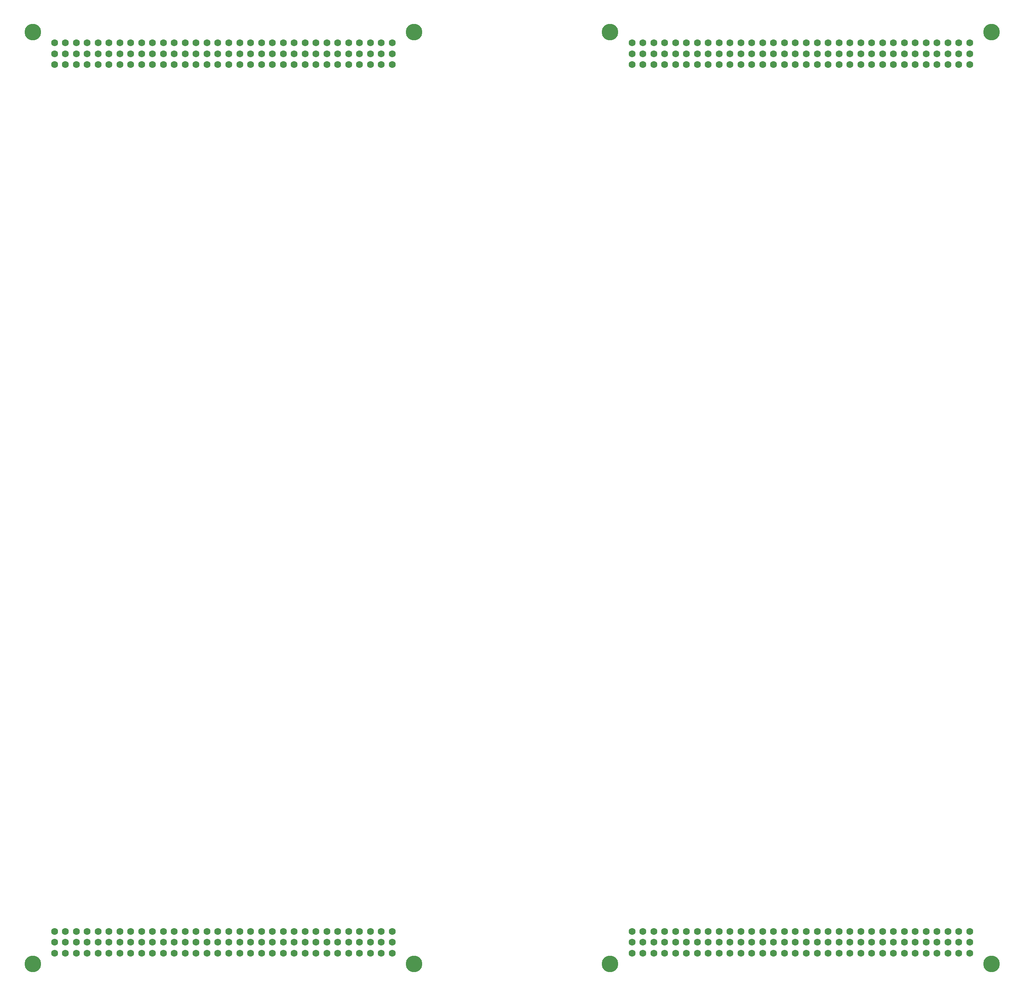
<source format=gbr>
%TF.GenerationSoftware,KiCad,Pcbnew,7.0.1*%
%TF.CreationDate,2023-10-13T00:12:24+03:00*%
%TF.ProjectId,turbo_86m_extender_board,74757262-6f5f-4383-966d-5f657874656e,rev?*%
%TF.SameCoordinates,Original*%
%TF.FileFunction,Soldermask,Bot*%
%TF.FilePolarity,Negative*%
%FSLAX46Y46*%
G04 Gerber Fmt 4.6, Leading zero omitted, Abs format (unit mm)*
G04 Created by KiCad (PCBNEW 7.0.1) date 2023-10-13 00:12:24*
%MOMM*%
%LPD*%
G01*
G04 APERTURE LIST*
%ADD10C,3.800000*%
%ADD11C,1.600000*%
G04 APERTURE END LIST*
D10*
%TO.C,D2*%
X6000000Y-216500000D03*
X93500000Y-216500000D03*
D11*
X88500000Y-214000000D03*
X86000000Y-214000000D03*
X83500000Y-214000000D03*
X81000000Y-214000000D03*
X78500000Y-214000000D03*
X76000000Y-214000000D03*
X73500000Y-214000000D03*
X71000000Y-214000000D03*
X68500000Y-214000000D03*
X66000000Y-214000000D03*
X63500000Y-214000000D03*
X61000000Y-214000000D03*
X58500000Y-214000000D03*
X56000000Y-214000000D03*
X53500000Y-214000000D03*
X51000000Y-214000000D03*
X48500000Y-214000000D03*
X46000000Y-214000000D03*
X43500000Y-214000000D03*
X41000000Y-214000000D03*
X38500000Y-214000000D03*
X36000000Y-214000000D03*
X33500000Y-214000000D03*
X31000000Y-214000000D03*
X28500000Y-214000000D03*
X26000000Y-214000000D03*
X23500000Y-214000000D03*
X21000000Y-214000000D03*
X18500000Y-214000000D03*
X16000000Y-214000000D03*
X13500000Y-214000000D03*
X11000000Y-214000000D03*
X88500000Y-211500000D03*
X86000000Y-211500000D03*
X83500000Y-211500000D03*
X81000000Y-211500000D03*
X78500000Y-211500000D03*
X76000000Y-211500000D03*
X73500000Y-211500000D03*
X71000000Y-211500000D03*
X68500000Y-211500000D03*
X66000000Y-211500000D03*
X63500000Y-211500000D03*
X61000000Y-211500000D03*
X58500000Y-211500000D03*
X56000000Y-211500000D03*
X53500000Y-211500000D03*
X51000000Y-211500000D03*
X48500000Y-211500000D03*
X46000000Y-211500000D03*
X43500000Y-211500000D03*
X41000000Y-211500000D03*
X38500000Y-211500000D03*
X36000000Y-211500000D03*
X33500000Y-211500000D03*
X31000000Y-211500000D03*
X28500000Y-211500000D03*
X26000000Y-211500000D03*
X23500000Y-211500000D03*
X21000000Y-211500000D03*
X18500000Y-211500000D03*
X16000000Y-211500000D03*
X13500000Y-211500000D03*
X11000000Y-211500000D03*
X88500000Y-209000000D03*
X86000000Y-209000000D03*
X83500000Y-209000000D03*
X81000000Y-209000000D03*
X78500000Y-209000000D03*
X76000000Y-209000000D03*
X73500000Y-209000000D03*
X71000000Y-209000000D03*
X68500000Y-209000000D03*
X66000000Y-209000000D03*
X63500000Y-209000000D03*
X61000000Y-209000000D03*
X58500000Y-209000000D03*
X56000000Y-209000000D03*
X53500000Y-209000000D03*
X51000000Y-209000000D03*
X48500000Y-209000000D03*
X46000000Y-209000000D03*
X43500000Y-209000000D03*
X41000000Y-209000000D03*
X38500000Y-209000000D03*
X36000000Y-209000000D03*
X33500000Y-209000000D03*
X31000000Y-209000000D03*
X28500000Y-209000000D03*
X26000000Y-209000000D03*
X23500000Y-209000000D03*
X21000000Y-209000000D03*
X18500000Y-209000000D03*
X16000000Y-209000000D03*
X13500000Y-209000000D03*
X11000000Y-209000000D03*
%TD*%
D10*
%TO.C,D4*%
X138500000Y-216500000D03*
X226000000Y-216500000D03*
D11*
X221000000Y-214000000D03*
X218500000Y-214000000D03*
X216000000Y-214000000D03*
X213500000Y-214000000D03*
X211000000Y-214000000D03*
X208500000Y-214000000D03*
X206000000Y-214000000D03*
X203500000Y-214000000D03*
X201000000Y-214000000D03*
X198500000Y-214000000D03*
X196000000Y-214000000D03*
X193500000Y-214000000D03*
X191000000Y-214000000D03*
X188500000Y-214000000D03*
X186000000Y-214000000D03*
X183500000Y-214000000D03*
X181000000Y-214000000D03*
X178500000Y-214000000D03*
X176000000Y-214000000D03*
X173500000Y-214000000D03*
X171000000Y-214000000D03*
X168500000Y-214000000D03*
X166000000Y-214000000D03*
X163500000Y-214000000D03*
X161000000Y-214000000D03*
X158500000Y-214000000D03*
X156000000Y-214000000D03*
X153500000Y-214000000D03*
X151000000Y-214000000D03*
X148500000Y-214000000D03*
X146000000Y-214000000D03*
X143500000Y-214000000D03*
X221000000Y-211500000D03*
X218500000Y-211500000D03*
X216000000Y-211500000D03*
X213500000Y-211500000D03*
X211000000Y-211500000D03*
X208500000Y-211500000D03*
X206000000Y-211500000D03*
X203500000Y-211500000D03*
X201000000Y-211500000D03*
X198500000Y-211500000D03*
X196000000Y-211500000D03*
X193500000Y-211500000D03*
X191000000Y-211500000D03*
X188500000Y-211500000D03*
X186000000Y-211500000D03*
X183500000Y-211500000D03*
X181000000Y-211500000D03*
X178500000Y-211500000D03*
X176000000Y-211500000D03*
X173500000Y-211500000D03*
X171000000Y-211500000D03*
X168500000Y-211500000D03*
X166000000Y-211500000D03*
X163500000Y-211500000D03*
X161000000Y-211500000D03*
X158500000Y-211500000D03*
X156000000Y-211500000D03*
X153500000Y-211500000D03*
X151000000Y-211500000D03*
X148500000Y-211500000D03*
X146000000Y-211500000D03*
X143500000Y-211500000D03*
X221000000Y-209000000D03*
X218500000Y-209000000D03*
X216000000Y-209000000D03*
X213500000Y-209000000D03*
X211000000Y-209000000D03*
X208500000Y-209000000D03*
X206000000Y-209000000D03*
X203500000Y-209000000D03*
X201000000Y-209000000D03*
X198500000Y-209000000D03*
X196000000Y-209000000D03*
X193500000Y-209000000D03*
X191000000Y-209000000D03*
X188500000Y-209000000D03*
X186000000Y-209000000D03*
X183500000Y-209000000D03*
X181000000Y-209000000D03*
X178500000Y-209000000D03*
X176000000Y-209000000D03*
X173500000Y-209000000D03*
X171000000Y-209000000D03*
X168500000Y-209000000D03*
X166000000Y-209000000D03*
X163500000Y-209000000D03*
X161000000Y-209000000D03*
X158500000Y-209000000D03*
X156000000Y-209000000D03*
X153500000Y-209000000D03*
X151000000Y-209000000D03*
X148500000Y-209000000D03*
X146000000Y-209000000D03*
X143500000Y-209000000D03*
%TD*%
D10*
%TO.C,D1*%
X93500000Y-2500000D03*
X6000000Y-2500000D03*
D11*
X11000000Y-5000000D03*
X13500000Y-5000000D03*
X16000000Y-5000000D03*
X18500000Y-5000000D03*
X21000000Y-5000000D03*
X23500000Y-5000000D03*
X26000000Y-5000000D03*
X28500000Y-5000000D03*
X31000000Y-5000000D03*
X33500000Y-5000000D03*
X36000000Y-5000000D03*
X38500000Y-5000000D03*
X41000000Y-5000000D03*
X43500000Y-5000000D03*
X46000000Y-5000000D03*
X48500000Y-5000000D03*
X51000000Y-5000000D03*
X53500000Y-5000000D03*
X56000000Y-5000000D03*
X58500000Y-5000000D03*
X61000000Y-5000000D03*
X63500000Y-5000000D03*
X66000000Y-5000000D03*
X68500000Y-5000000D03*
X71000000Y-5000000D03*
X73500000Y-5000000D03*
X76000000Y-5000000D03*
X78500000Y-5000000D03*
X81000000Y-5000000D03*
X83500000Y-5000000D03*
X86000000Y-5000000D03*
X88500000Y-5000000D03*
X11000000Y-7500000D03*
X13500000Y-7500000D03*
X16000000Y-7500000D03*
X18500000Y-7500000D03*
X21000000Y-7500000D03*
X23500000Y-7500000D03*
X26000000Y-7500000D03*
X28500000Y-7500000D03*
X31000000Y-7500000D03*
X33500000Y-7500000D03*
X36000000Y-7500000D03*
X38500000Y-7500000D03*
X41000000Y-7500000D03*
X43500000Y-7500000D03*
X46000000Y-7500000D03*
X48500000Y-7500000D03*
X51000000Y-7500000D03*
X53500000Y-7500000D03*
X56000000Y-7500000D03*
X58500000Y-7500000D03*
X61000000Y-7500000D03*
X63500000Y-7500000D03*
X66000000Y-7500000D03*
X68500000Y-7500000D03*
X71000000Y-7500000D03*
X73500000Y-7500000D03*
X76000000Y-7500000D03*
X78500000Y-7500000D03*
X81000000Y-7500000D03*
X83500000Y-7500000D03*
X86000000Y-7500000D03*
X88500000Y-7500000D03*
X11000000Y-10000000D03*
X13500000Y-10000000D03*
X16000000Y-10000000D03*
X18500000Y-10000000D03*
X21000000Y-10000000D03*
X23500000Y-10000000D03*
X26000000Y-10000000D03*
X28500000Y-10000000D03*
X31000000Y-10000000D03*
X33500000Y-10000000D03*
X36000000Y-10000000D03*
X38500000Y-10000000D03*
X41000000Y-10000000D03*
X43500000Y-10000000D03*
X46000000Y-10000000D03*
X48500000Y-10000000D03*
X51000000Y-10000000D03*
X53500000Y-10000000D03*
X56000000Y-10000000D03*
X58500000Y-10000000D03*
X61000000Y-10000000D03*
X63500000Y-10000000D03*
X66000000Y-10000000D03*
X68500000Y-10000000D03*
X71000000Y-10000000D03*
X73500000Y-10000000D03*
X76000000Y-10000000D03*
X78500000Y-10000000D03*
X81000000Y-10000000D03*
X83500000Y-10000000D03*
X86000000Y-10000000D03*
X88500000Y-10000000D03*
%TD*%
D10*
%TO.C,D3*%
X226000000Y-2500000D03*
X138500000Y-2500000D03*
D11*
X143500000Y-5000000D03*
X146000000Y-5000000D03*
X148500000Y-5000000D03*
X151000000Y-5000000D03*
X153500000Y-5000000D03*
X156000000Y-5000000D03*
X158500000Y-5000000D03*
X161000000Y-5000000D03*
X163500000Y-5000000D03*
X166000000Y-5000000D03*
X168500000Y-5000000D03*
X171000000Y-5000000D03*
X173500000Y-5000000D03*
X176000000Y-5000000D03*
X178500000Y-5000000D03*
X181000000Y-5000000D03*
X183500000Y-5000000D03*
X186000000Y-5000000D03*
X188500000Y-5000000D03*
X191000000Y-5000000D03*
X193500000Y-5000000D03*
X196000000Y-5000000D03*
X198500000Y-5000000D03*
X201000000Y-5000000D03*
X203500000Y-5000000D03*
X206000000Y-5000000D03*
X208500000Y-5000000D03*
X211000000Y-5000000D03*
X213500000Y-5000000D03*
X216000000Y-5000000D03*
X218500000Y-5000000D03*
X221000000Y-5000000D03*
X143500000Y-7500000D03*
X146000000Y-7500000D03*
X148500000Y-7500000D03*
X151000000Y-7500000D03*
X153500000Y-7500000D03*
X156000000Y-7500000D03*
X158500000Y-7500000D03*
X161000000Y-7500000D03*
X163500000Y-7500000D03*
X166000000Y-7500000D03*
X168500000Y-7500000D03*
X171000000Y-7500000D03*
X173500000Y-7500000D03*
X176000000Y-7500000D03*
X178500000Y-7500000D03*
X181000000Y-7500000D03*
X183500000Y-7500000D03*
X186000000Y-7500000D03*
X188500000Y-7500000D03*
X191000000Y-7500000D03*
X193500000Y-7500000D03*
X196000000Y-7500000D03*
X198500000Y-7500000D03*
X201000000Y-7500000D03*
X203500000Y-7500000D03*
X206000000Y-7500000D03*
X208500000Y-7500000D03*
X211000000Y-7500000D03*
X213500000Y-7500000D03*
X216000000Y-7500000D03*
X218500000Y-7500000D03*
X221000000Y-7500000D03*
X143500000Y-10000000D03*
X146000000Y-10000000D03*
X148500000Y-10000000D03*
X151000000Y-10000000D03*
X153500000Y-10000000D03*
X156000000Y-10000000D03*
X158500000Y-10000000D03*
X161000000Y-10000000D03*
X163500000Y-10000000D03*
X166000000Y-10000000D03*
X168500000Y-10000000D03*
X171000000Y-10000000D03*
X173500000Y-10000000D03*
X176000000Y-10000000D03*
X178500000Y-10000000D03*
X181000000Y-10000000D03*
X183500000Y-10000000D03*
X186000000Y-10000000D03*
X188500000Y-10000000D03*
X191000000Y-10000000D03*
X193500000Y-10000000D03*
X196000000Y-10000000D03*
X198500000Y-10000000D03*
X201000000Y-10000000D03*
X203500000Y-10000000D03*
X206000000Y-10000000D03*
X208500000Y-10000000D03*
X211000000Y-10000000D03*
X213500000Y-10000000D03*
X216000000Y-10000000D03*
X218500000Y-10000000D03*
X221000000Y-10000000D03*
%TD*%
M02*

</source>
